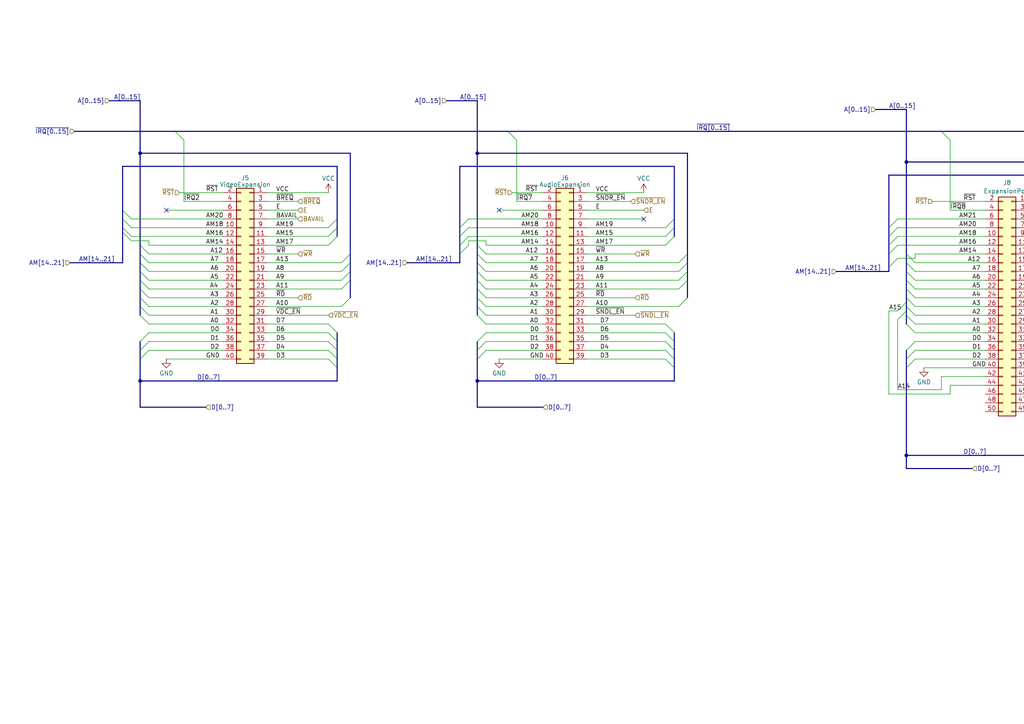
<source format=kicad_sch>
(kicad_sch (version 20231120) (generator "eeschema") (generator_version "8.0")
  (paper "A4")
  (lib_symbols
    (symbol "Connector_Generic:Conn_02x20_Odd_Even" (pin_names (offset 1.016) hide)
      (property "Reference" "J" (at 1.27 25.4 0))
      (property "Value" "Conn_02x20_Odd_Even" (at 1.27 -27.94 0))
      (symbol "Conn_02x20_Odd_Even_1_1"
        (rectangle (start -1.27 -25.273) (end 0 -25.527) (stroke (width 0.1524)))
        (rectangle (start -1.27 -22.733) (end 0 -22.987) (stroke (width 0.1524)))
        (rectangle (start -1.27 -20.193) (end 0 -20.447) (stroke (width 0.1524)))
        (rectangle (start -1.27 -17.653) (end 0 -17.907) (stroke (width 0.1524)))
        (rectangle (start -1.27 -15.113) (end 0 -15.367) (stroke (width 0.1524)))
        (rectangle (start -1.27 -12.573) (end 0 -12.827) (stroke (width 0.1524)))
        (rectangle (start -1.27 -10.033) (end 0 -10.287) (stroke (width 0.1524)))
        (rectangle (start -1.27 -7.493) (end 0 -7.747) (stroke (width 0.1524)))
        (rectangle (start -1.27 -4.953) (end 0 -5.207) (stroke (width 0.1524)))
        (rectangle (start -1.27 -2.413) (end 0 -2.667) (stroke (width 0.1524)))
        (rectangle (start -1.27 0.127) (end 0 -0.127) (stroke (width 0.1524)))
        (rectangle (start -1.27 2.667) (end 0 2.413) (stroke (width 0.1524)))
        (rectangle (start -1.27 5.207) (end 0 4.953) (stroke (width 0.1524)))
        (rectangle (start -1.27 7.747) (end 0 7.493) (stroke (width 0.1524)))
        (rectangle (start -1.27 10.287) (end 0 10.033) (stroke (width 0.1524)))
        (rectangle (start -1.27 12.827) (end 0 12.573) (stroke (width 0.1524)))
        (rectangle (start -1.27 15.367) (end 0 15.113) (stroke (width 0.1524)))
        (rectangle (start -1.27 17.907) (end 0 17.653) (stroke (width 0.1524)))
        (rectangle (start -1.27 20.447) (end 0 20.193) (stroke (width 0.1524)))
        (rectangle (start -1.27 22.987) (end 0 22.733) (stroke (width 0.1524)))
        (rectangle (start -1.27 24.13) (end 3.81 -26.67) (stroke (width 0.254)) (fill (type background)))
        (rectangle (start 3.81 -25.273) (end 2.54 -25.527) (stroke (width 0.1524)))
        (rectangle (start 3.81 -22.733) (end 2.54 -22.987) (stroke (width 0.1524)))
        (rectangle (start 3.81 -20.193) (end 2.54 -20.447) (stroke (width 0.1524)))
        (rectangle (start 3.81 -17.653) (end 2.54 -17.907) (stroke (width 0.1524)))
        (rectangle (start 3.81 -15.113) (end 2.54 -15.367) (stroke (width 0.1524)))
        (rectangle (start 3.81 -12.573) (end 2.54 -12.827) (stroke (width 0.1524)))
        (rectangle (start 3.81 -10.033) (end 2.54 -10.287) (stroke (width 0.1524)))
        (rectangle (start 3.81 -7.493) (end 2.54 -7.747) (stroke (width 0.1524)))
        (rectangle (start 3.81 -4.953) (end 2.54 -5.207) (stroke (width 0.1524)))
        (rectangle (start 3.81 -2.413) (end 2.54 -2.667) (stroke (width 0.1524)))
        (rectangle (start 3.81 0.127) (end 2.54 -0.127) (stroke (width 0.1524)))
        (rectangle (start 3.81 2.667) (end 2.54 2.413) (stroke (width 0.1524)))
        (rectangle (start 3.81 5.207) (end 2.54 4.953) (stroke (width 0.1524)))
        (rectangle (start 3.81 7.747) (end 2.54 7.493) (stroke (width 0.1524)))
        (rectangle (start 3.81 10.287) (end 2.54 10.033) (stroke (width 0.1524)))
        (rectangle (start 3.81 12.827) (end 2.54 12.573) (stroke (width 0.1524)))
        (rectangle (start 3.81 15.367) (end 2.54 15.113) (stroke (width 0.1524)))
        (rectangle (start 3.81 17.907) (end 2.54 17.653) (stroke (width 0.1524)))
        (rectangle (start 3.81 20.447) (end 2.54 20.193) (stroke (width 0.1524)))
        (rectangle (start 3.81 22.987) (end 2.54 22.733) (stroke (width 0.1524)))
        (pin passive line (at -5.08 22.86 0) (length 3.81) (name "Pin_1") (number "1"))
        (pin passive line (at 7.62 12.7 180) (length 3.81) (name "Pin_10") (number "10"))
        (pin passive line (at -5.08 10.16 0) (length 3.81) (name "Pin_11") (number "11"))
        (pin passive line (at 7.62 10.16 180) (length 3.81) (name "Pin_12") (number "12"))
        (pin passive line (at -5.08 7.62 0) (length 3.81) (name "Pin_13") (number "13"))
        (pin passive line (at 7.62 7.62 180) (length 3.81) (name "Pin_14") (number "14"))
        (pin passive line (at -5.08 5.08 0) (length 3.81) (name "Pin_15") (number "15"))
        (pin passive line (at 7.62 5.08 180) (length 3.81) (name "Pin_16") (number "16"))
        (pin passive line (at -5.08 2.54 0) (length 3.81) (name "Pin_17") (number "17"))
        (pin passive line (at 7.62 2.54 180) (length 3.81) (name "Pin_18") (number "18"))
        (pin passive line (at -5.08 0 0) (length 3.81) (name "Pin_19") (number "19"))
        (pin passive line (at 7.62 22.86 180) (length 3.81) (name "Pin_2") (number "2"))
        (pin passive line (at 7.62 0 180) (length 3.81) (name "Pin_20") (number "20"))
        (pin passive line (at -5.08 -2.54 0) (length 3.81) (name "Pin_21") (number "21"))
        (pin passive line (at 7.62 -2.54 180) (length 3.81) (name "Pin_22") (number "22"))
        (pin passive line (at -5.08 -5.08 0) (length 3.81) (name "Pin_23") (number "23"))
        (pin passive line (at 7.62 -5.08 180) (length 3.81) (name "Pin_24") (number "24"))
        (pin passive line (at -5.08 -7.62 0) (length 3.81) (name "Pin_25") (number "25"))
        (pin passive line (at 7.62 -7.62 180) (length 3.81) (name "Pin_26") (number "26"))
        (pin passive line (at -5.08 -10.16 0) (length 3.81) (name "Pin_27") (number "27"))
        (pin passive line (at 7.62 -10.16 180) (length 3.81) (name "Pin_28") (number "28"))
        (pin passive line (at -5.08 -12.7 0) (length 3.81) (name "Pin_29") (number "29"))
        (pin passive line (at -5.08 20.32 0) (length 3.81) (name "Pin_3") (number "3"))
        (pin passive line (at 7.62 -12.7 180) (length 3.81) (name "Pin_30") (number "30"))
        (pin passive line (at -5.08 -15.24 0) (length 3.81) (name "Pin_31") (number "31"))
        (pin passive line (at 7.62 -15.24 180) (length 3.81) (name "Pin_32") (number "32"))
        (pin passive line (at -5.08 -17.78 0) (length 3.81) (name "Pin_33") (number "33"))
        (pin passive line (at 7.62 -17.78 180) (length 3.81) (name "Pin_34") (number "34"))
        (pin passive line (at -5.08 -20.32 0) (length 3.81) (name "Pin_35") (number "35"))
        (pin passive line (at 7.62 -20.32 180) (length 3.81) (name "Pin_36") (number "36"))
        (pin passive line (at -5.08 -22.86 0) (length 3.81) (name "Pin_37") (number "37"))
        (pin passive line (at 7.62 -22.86 180) (length 3.81) (name "Pin_38") (number "38"))
        (pin passive line (at -5.08 -25.4 0) (length 3.81) (name "Pin_39") (number "39"))
        (pin passive line (at 7.62 20.32 180) (length 3.81) (name "Pin_4") (number "4"))
        (pin passive line (at 7.62 -25.4 180) (length 3.81) (name "Pin_40") (number "40"))
        (pin passive line (at -5.08 17.78 0) (length 3.81) (name "Pin_5") (number "5"))
        (pin passive line (at 7.62 17.78 180) (length 3.81) (name "Pin_6") (number "6"))
        (pin passive line (at -5.08 15.24 0) (length 3.81) (name "Pin_7") (number "7"))
        (pin passive line (at 7.62 15.24 180) (length 3.81) (name "Pin_8") (number "8"))
        (pin passive line (at -5.08 12.7 0) (length 3.81) (name "Pin_9") (number "9"))
      )
    )
    (symbol "Connector_Generic:Conn_02x25_Odd_Even" (pin_names (offset 1.016) hide)
      (property "Reference" "J" (at 1.27 33.02 0))
      (property "Value" "Conn_02x25_Odd_Even" (at 1.27 -33.02 0))
      (symbol "Conn_02x25_Odd_Even_1_1"
        (rectangle (start -1.27 -30.353) (end 0 -30.607) (stroke (width 0.1524)))
        (rectangle (start -1.27 -27.813) (end 0 -28.067) (stroke (width 0.1524)))
        (rectangle (start -1.27 -25.273) (end 0 -25.527) (stroke (width 0.1524)))
        (rectangle (start -1.27 -22.733) (end 0 -22.987) (stroke (width 0.1524)))
        (rectangle (start -1.27 -20.193) (end 0 -20.447) (stroke (width 0.1524)))
        (rectangle (start -1.27 -17.653) (end 0 -17.907) (stroke (width 0.1524)))
        (rectangle (start -1.27 -15.113) (end 0 -15.367) (stroke (width 0.1524)))
        (rectangle (start -1.27 -12.573) (end 0 -12.827) (stroke (width 0.1524)))
        (rectangle (start -1.27 -10.033) (end 0 -10.287) (stroke (width 0.1524)))
        (rectangle (start -1.27 -7.493) (end 0 -7.747) (stroke (width 0.1524)))
        (rectangle (start -1.27 -4.953) (end 0 -5.207) (stroke (width 0.1524)))
        (rectangle (start -1.27 -2.413) (end 0 -2.667) (stroke (width 0.1524)))
        (rectangle (start -1.27 0.127) (end 0 -0.127) (stroke (width 0.1524)))
        (rectangle (start -1.27 2.667) (end 0 2.413) (stroke (width 0.1524)))
        (rectangle (start -1.27 5.207) (end 0 4.953) (stroke (width 0.1524)))
        (rectangle (start -1.27 7.747) (end 0 7.493) (stroke (width 0.1524)))
        (rectangle (start -1.27 10.287) (end 0 10.033) (stroke (width 0.1524)))
        (rectangle (start -1.27 12.827) (end 0 12.573) (stroke (width 0.1524)))
        (rectangle (start -1.27 15.367) (end 0 15.113) (stroke (width 0.1524)))
        (rectangle (start -1.27 17.907) (end 0 17.653) (stroke (width 0.1524)))
        (rectangle (start -1.27 20.447) (end 0 20.193) (stroke (width 0.1524)))
        (rectangle (start -1.27 22.987) (end 0 22.733) (stroke (width 0.1524)))
        (rectangle (start -1.27 25.527) (end 0 25.273) (stroke (width 0.1524)))
        (rectangle (start -1.27 28.067) (end 0 27.813) (stroke (width 0.1524)))
        (rectangle (start -1.27 30.607) (end 0 30.353) (stroke (width 0.1524)))
        (rectangle (start -1.27 31.75) (end 3.81 -31.75) (stroke (width 0.254)) (fill (type background)))
        (rectangle (start 3.81 -30.353) (end 2.54 -30.607) (stroke (width 0.1524)))
        (rectangle (start 3.81 -27.813) (end 2.54 -28.067) (stroke (width 0.1524)))
        (rectangle (start 3.81 -25.273) (end 2.54 -25.527) (stroke (width 0.1524)))
        (rectangle (start 3.81 -22.733) (end 2.54 -22.987) (stroke (width 0.1524)))
        (rectangle (start 3.81 -20.193) (end 2.54 -20.447) (stroke (width 0.1524)))
        (rectangle (start 3.81 -17.653) (end 2.54 -17.907) (stroke (width 0.1524)))
        (rectangle (start 3.81 -15.113) (end 2.54 -15.367) (stroke (width 0.1524)))
        (rectangle (start 3.81 -12.573) (end 2.54 -12.827) (stroke (width 0.1524)))
        (rectangle (start 3.81 -10.033) (end 2.54 -10.287) (stroke (width 0.1524)))
        (rectangle (start 3.81 -7.493) (end 2.54 -7.747) (stroke (width 0.1524)))
        (rectangle (start 3.81 -4.953) (end 2.54 -5.207) (stroke (width 0.1524)))
        (rectangle (start 3.81 -2.413) (end 2.54 -2.667) (stroke (width 0.1524)))
        (rectangle (start 3.81 0.127) (end 2.54 -0.127) (stroke (width 0.1524)))
        (rectangle (start 3.81 2.667) (end 2.54 2.413) (stroke (width 0.1524)))
        (rectangle (start 3.81 5.207) (end 2.54 4.953) (stroke (width 0.1524)))
        (rectangle (start 3.81 7.747) (end 2.54 7.493) (stroke (width 0.1524)))
        (rectangle (start 3.81 10.287) (end 2.54 10.033) (stroke (width 0.1524)))
        (rectangle (start 3.81 12.827) (end 2.54 12.573) (stroke (width 0.1524)))
        (rectangle (start 3.81 15.367) (end 2.54 15.113) (stroke (width 0.1524)))
        (rectangle (start 3.81 17.907) (end 2.54 17.653) (stroke (width 0.1524)))
        (rectangle (start 3.81 20.447) (end 2.54 20.193) (stroke (width 0.1524)))
        (rectangle (start 3.81 22.987) (end 2.54 22.733) (stroke (width 0.1524)))
        (rectangle (start 3.81 25.527) (end 2.54 25.273) (stroke (width 0.1524)))
        (rectangle (start 3.81 28.067) (end 2.54 27.813) (stroke (width 0.1524)))
        (rectangle (start 3.81 30.607) (end 2.54 30.353) (stroke (width 0.1524)))
        (pin passive line (at -5.08 30.48 0) (length 3.81) (name "Pin_1") (number "1"))
        (pin passive line (at 7.62 20.32 180) (length 3.81) (name "Pin_10") (number "10"))
        (pin passive line (at -5.08 17.78 0) (length 3.81) (name "Pin_11") (number "11"))
        (pin passive line (at 7.62 17.78 180) (length 3.81) (name "Pin_12") (number "12"))
        (pin passive line (at -5.08 15.24 0) (length 3.81) (name "Pin_13") (number "13"))
        (pin passive line (at 7.62 15.24 180) (length 3.81) (name "Pin_14") (number "14"))
        (pin passive line (at -5.08 12.7 0) (length 3.81) (name "Pin_15") (number "15"))
        (pin passive line (at 7.62 12.7 180) (length 3.81) (name "Pin_16") (number "16"))
        (pin passive line (at -5.08 10.16 0) (length 3.81) (name "Pin_17") (number "17"))
        (pin passive line (at 7.62 10.16 180) (length 3.81) (name "Pin_18") (number "18"))
        (pin passive line (at -5.08 7.62 0) (length 3.81) (name "Pin_19") (number "19"))
        (pin passive line (at 7.62 30.48 180) (length 3.81) (name "Pin_2") (number "2"))
        (pin passive line (at 7.62 7.62 180) (length 3.81) (name "Pin_20") (number "20"))
        (pin passive line (at -5.08 5.08 0) (length 3.81) (name "Pin_21") (number "21"))
        (pin passive line (at 7.62 5.08 180) (length 3.81) (name "Pin_22") (number "22"))
        (pin passive line (at -5.08 2.54 0) (length 3.81) (name "Pin_23") (number "23"))
        (pin passive line (at 7.62 2.54 180) (length 3.81) (name "Pin_24") (number "24"))
        (pin passive line (at -5.08 0 0) (length 3.81) (name "Pin_25") (number "25"))
        (pin passive line (at 7.62 0 180) (length 3.81) (name "Pin_26") (number "26"))
        (pin passive line (at -5.08 -2.54 0) (length 3.81) (name "Pin_27") (number "27"))
        (pin passive line (at 7.62 -2.54 180) (length 3.81) (name "Pin_28") (number "28"))
        (pin passive line (at -5.08 -5.08 0) (length 3.81) (name "Pin_29") (number "29"))
        (pin passive line (at -5.08 27.94 0) (length 3.81) (name "Pin_3") (number "3"))
        (pin passive line (at 7.62 -5.08 180) (length 3.81) (name "Pin_30") (number "30"))
        (pin passive line (at -5.08 -7.62 0) (length 3.81) (name "Pin_31") (number "31"))
        (pin passive line (at 7.62 -7.62 180) (length 3.81) (name "Pin_32") (number "32"))
        (pin passive line (at -5.08 -10.16 0) (length 3.81) (name "Pin_33") (number "33"))
        (pin passive line (at 7.62 -10.16 180) (length 3.81) (name "Pin_34") (number "34"))
        (pin passive line (at -5.08 -12.7 0) (length 3.81) (name "Pin_35") (number "35"))
        (pin passive line (at 7.62 -12.7 180) (length 3.81) (name "Pin_36") (number "36"))
        (pin passive line (at -5.08 -15.24 0) (length 3.81) (name "Pin_37") (number "37"))
        (pin passive line (at 7.62 -15.24 180) (length 3.81) (name "Pin_38") (number "38"))
        (pin passive line (at -5.08 -17.78 0) (length 3.81) (name "Pin_39") (number "39"))
        (pin passive line (at 7.62 27.94 180) (length 3.81) (name "Pin_4") (number "4"))
        (pin passive line (at 7.62 -17.78 180) (length 3.81) (name "Pin_40") (number "40"))
        (pin passive line (at -5.08 -20.32 0) (length 3.81) (name "Pin_41") (number "41"))
        (pin passive line (at 7.62 -20.32 180) (length 3.81) (name "Pin_42") (number "42"))
        (pin passive line (at -5.08 -22.86 0) (length 3.81) (name "Pin_43") (number "43"))
        (pin passive line (at 7.62 -22.86 180) (length 3.81) (name "Pin_44") (number "44"))
        (pin passive line (at -5.08 -25.4 0) (length 3.81) (name "Pin_45") (number "45"))
        (pin passive line (at 7.62 -25.4 180) (length 3.81) (name "Pin_46") (number "46"))
        (pin passive line (at -5.08 -27.94 0) (length 3.81) (name "Pin_47") (number "47"))
        (pin passive line (at 7.62 -27.94 180) (length 3.81) (name "Pin_48") (number "48"))
        (pin passive line (at -5.08 -30.48 0) (length 3.81) (name "Pin_49") (number "49"))
        (pin passive line (at -5.08 25.4 0) (length 3.81) (name "Pin_5") (number "5"))
        (pin passive line (at 7.62 -30.48 180) (length 3.81) (name "Pin_50") (number "50"))
        (pin passive line (at 7.62 25.4 180) (length 3.81) (name "Pin_6") (number "6"))
        (pin passive line (at -5.08 22.86 0) (length 3.81) (name "Pin_7") (number "7"))
        (pin passive line (at 7.62 22.86 180) (length 3.81) (name "Pin_8") (number "8"))
        (pin passive line (at -5.08 20.32 0) (length 3.81) (name "Pin_9") (number "9"))
      )
    )
    (symbol "power:GND" (power) (pin_numbers hide) (pin_names (offset 0) hide)
      (property "Value" "GND" (at 0 -3.81 0))
      (symbol "GND_0_1"
        (polyline (pts (xy 0 0) (xy 0 -1.27) (xy 1.27 -1.27) (xy 0 -2.54) (xy -1.27 -1.27) (xy 0 -1.27)))
      )
      (symbol "GND_1_1"
        (pin power_in line (at 0 0 270) (length 0) (name "~") (number "1"))
      )
    )
    (symbol "power:VCC" (power) (pin_numbers hide) (pin_names (offset 0) hide)
      (property "Value" "VCC" (at 0 3.556 0))
      (symbol "VCC_0_1"
        (polyline (pts (xy -0.762 1.27) (xy 0 2.54)))
        (polyline (pts (xy 0 0) (xy 0 2.54)))
        (polyline (pts (xy 0 2.54) (xy 0.762 1.27)))
      )
      (symbol "VCC_1_1"
        (pin power_in line (at 0 0 90) (length 0) (name "~") (number "1"))
      )
    )
  )
  (junction (at 40.64 110.49))
  (junction (at 40.64 44.45))
  (junction (at 138.43 110.49))
  (junction (at 262.89 132.08))
  (junction (at 138.43 44.45))
  (junction (at 262.89 46.99))
  (no_connect (at 186.69 63.5))
  (no_connect (at 48.26 60.96))
  (no_connect (at 144.78 60.96))
  (bus_entry (at 257.81 68.58) (size 2.54 -2.54))
  (bus_entry (at 265.43 78.74) (size -2.54 -2.54))
  (bus_entry (at 43.18 88.9) (size -2.54 -2.54))
  (bus_entry (at 95.25 66.04) (size 2.54 -2.54))
  (bus_entry (at 40.64 99.06) (size 2.54 -2.54))
  (bus_entry (at 140.97 86.36) (size -2.54 -2.54))
  (bus_entry (at 321.31 86.36) (size 2.54 -2.54))
  (bus_entry (at 133.35 68.58) (size 2.54 -2.54))
  (bus_entry (at 265.43 88.9) (size -2.54 -2.54))
  (bus_entry (at 43.18 81.28) (size -2.54 -2.54))
  (bus_entry (at 138.43 99.06) (size 2.54 -2.54))
  (bus_entry (at 265.43 93.98) (size -2.54 -2.54))
  (bus_entry (at 265.43 76.2) (size -2.54 -2.54))
  (bus_entry (at 257.81 77.47) (size 2.54 -2.54))
  (bus_entry (at 95.25 96.52) (size 2.54 2.54))
  (bus_entry (at 95.25 104.14) (size 2.54 2.54))
  (bus_entry (at 262.89 83.82) (size 2.54 2.54))
  (bus_entry (at 99.06 83.82) (size 2.54 -2.54))
  (bus_entry (at 193.04 66.04) (size 2.54 -2.54))
  (bus_entry (at 262.89 87.63) (size -2.54 2.54))
  (bus_entry (at 95.25 93.98) (size 2.54 2.54))
  (bus_entry (at 317.5 101.6) (size 2.54 2.54))
  (bus_entry (at 317.5 99.06) (size 2.54 2.54))
  (bus_entry (at 317.5 71.12) (size 2.54 -2.54))
  (bus_entry (at 257.81 73.66) (size 2.54 -2.54))
  (bus_entry (at 35.56 66.04) (size 2.54 2.54))
  (bus_entry (at 262.89 90.17) (size -2.54 2.54))
  (bus_entry (at 262.89 106.68) (size 2.54 -2.54))
  (bus_entry (at 95.25 101.6) (size 2.54 2.54))
  (bus_entry (at 321.31 81.28) (size 2.54 -2.54))
  (bus_entry (at 43.18 73.66) (size -2.54 -2.54))
  (bus_entry (at 99.06 78.74) (size 2.54 -2.54))
  (bus_entry (at 193.04 99.06) (size 2.54 2.54))
  (bus_entry (at 43.18 91.44) (size -2.54 -2.54))
  (bus_entry (at 257.81 66.04) (size 2.54 -2.54))
  (bus_entry (at 99.06 81.28) (size 2.54 -2.54))
  (bus_entry (at 262.89 104.14) (size 2.54 -2.54))
  (bus_entry (at 193.04 68.58) (size 2.54 -2.54))
  (bus_entry (at 35.56 60.96) (size 2.54 2.54))
  (bus_entry (at 40.64 101.6) (size 2.54 -2.54))
  (bus_entry (at 43.18 78.74) (size -2.54 -2.54))
  (bus_entry (at 35.56 67.31) (size 2.54 2.54))
  (bus_entry (at 317.5 73.66) (size 2.54 -2.54))
  (bus_entry (at 138.43 101.6) (size 2.54 -2.54))
  (bus_entry (at 193.04 93.98) (size 2.54 2.54))
  (bus_entry (at 40.64 104.14) (size 2.54 -2.54))
  (bus_entry (at 35.56 63.5) (size 2.54 2.54))
  (bus_entry (at 257.81 71.12) (size 2.54 -2.54))
  (bus_entry (at 196.85 81.28) (size 2.54 -2.54))
  (bus_entry (at 43.18 86.36) (size -2.54 -2.54))
  (bus_entry (at 95.25 68.58) (size 2.54 -2.54))
  (bus_entry (at 43.18 83.82) (size -2.54 -2.54))
  (bus_entry (at 317.5 104.14) (size 2.54 2.54))
  (bus_entry (at 140.97 88.9) (size -2.54 -2.54))
  (bus_entry (at 317.5 96.52) (size 2.54 2.54))
  (bus_entry (at 262.89 101.6) (size 2.54 -2.54))
  (bus_entry (at 95.25 71.12) (size 2.54 -2.54))
  (bus_entry (at 193.04 71.12) (size 2.54 -2.54))
  (bus_entry (at 140.97 91.44) (size -2.54 -2.54))
  (bus_entry (at 265.43 81.28) (size -2.54 -2.54))
  (bus_entry (at 138.43 104.14) (size 2.54 -2.54))
  (bus_entry (at 147.32 38.1) (size 2.54 2.54))
  (bus_entry (at 196.85 76.2) (size 2.54 -2.54))
  (bus_entry (at 196.85 78.74) (size 2.54 -2.54))
  (bus_entry (at 265.43 96.52) (size -2.54 -2.54))
  (bus_entry (at 196.85 88.9) (size 2.54 -2.54))
  (bus_entry (at 140.97 81.28) (size -2.54 -2.54))
  (bus_entry (at 140.97 73.66) (size -2.54 -2.54))
  (bus_entry (at 321.31 78.74) (size 2.54 -2.54))
  (bus_entry (at 133.35 66.04) (size 2.54 -2.54))
  (bus_entry (at 50.8 38.1) (size 2.54 2.54))
  (bus_entry (at 133.35 71.12) (size 2.54 -2.54))
  (bus_entry (at 99.06 88.9) (size 2.54 -2.54))
  (bus_entry (at 193.04 101.6) (size 2.54 2.54))
  (bus_entry (at 317.5 68.58) (size 2.54 -2.54))
  (bus_entry (at 99.06 76.2) (size 2.54 -2.54))
  (bus_entry (at 43.18 76.2) (size -2.54 -2.54))
  (bus_entry (at 273.05 38.1) (size 2.54 2.54))
  (bus_entry (at 43.18 93.98) (size -2.54 -2.54))
  (bus_entry (at 133.35 73.66) (size 2.54 -2.54))
  (bus_entry (at 321.31 83.82) (size 2.54 -2.54))
  (bus_entry (at 321.31 91.44) (size 2.54 -2.54))
  (bus_entry (at 265.43 91.44) (size -2.54 -2.54))
  (bus_entry (at 140.97 93.98) (size -2.54 -2.54))
  (bus_entry (at 193.04 104.14) (size 2.54 2.54))
  (bus_entry (at 95.25 99.06) (size 2.54 2.54))
  (bus_entry (at 138.43 81.28) (size 2.54 2.54))
  (bus_entry (at 140.97 76.2) (size -2.54 -2.54))
  (bus_entry (at 317.5 106.68) (size 2.54 2.54))
  (bus_entry (at 265.43 83.82) (size -2.54 -2.54))
  (bus_entry (at 140.97 78.74) (size -2.54 -2.54))
  (bus_entry (at 193.04 96.52) (size 2.54 2.54))
  (bus_entry (at 196.85 83.82) (size 2.54 -2.54))
  (bus (pts (xy 320.04 106.68) (xy 320.04 109.22)))
  (bus (pts (xy 97.79 99.06) (xy 97.79 101.6)))
  (wire (pts (xy 298.45 58.42) (xy 314.96 58.42)))
  (wire (pts (xy 48.26 60.96) (xy 64.77 60.96)))
  (bus (pts (xy 199.39 73.66) (xy 199.39 76.2)))
  (wire (pts (xy 140.97 88.9) (xy 157.48 88.9)))
  (bus (pts (xy 40.64 81.28) (xy 40.64 78.74)))
  (bus (pts (xy 97.79 104.14) (xy 97.79 106.68)))
  (bus (pts (xy 320.04 66.04) (xy 320.04 50.8)))
  (wire (pts (xy 265.43 81.28) (xy 285.75 81.28)))
  (bus (pts (xy 195.58 106.68) (xy 195.58 110.49)))
  (bus (pts (xy 195.58 104.14) (xy 195.58 106.68)))
  (bus (pts (xy 40.64 91.44) (xy 40.64 88.9)))
  (wire (pts (xy 170.18 81.28) (xy 196.85 81.28)))
  (wire (pts (xy 43.18 93.98) (xy 64.77 93.98)))
  (wire (pts (xy 298.45 86.36) (xy 321.31 86.36)))
  (bus (pts (xy 101.6 81.28) (xy 101.6 86.36)))
  (bus (pts (xy 138.43 78.74) (xy 138.43 76.2)))
  (wire (pts (xy 77.47 86.36) (xy 86.36 86.36)))
  (bus (pts (xy 133.35 71.12) (xy 133.35 73.66)))
  (wire (pts (xy 148.59 55.88) (xy 157.48 55.88)))
  (wire (pts (xy 43.18 88.9) (xy 64.77 88.9)))
  (bus (pts (xy 97.79 66.04) (xy 97.79 63.5)))
  (bus (pts (xy 262.89 76.2) (xy 262.89 73.66)))
  (bus (pts (xy 320.04 68.58) (xy 320.04 66.04)))
  (bus (pts (xy 323.85 46.99) (xy 323.85 76.2)))
  (bus (pts (xy 101.6 78.74) (xy 101.6 81.28)))
  (wire (pts (xy 77.47 99.06) (xy 95.25 99.06)))
  (wire (pts (xy 77.47 68.58) (xy 95.25 68.58)))
  (wire (pts (xy 257.81 114.3) (xy 275.59 114.3)))
  (bus (pts (xy 101.6 76.2) (xy 101.6 78.74)))
  (wire (pts (xy 298.45 81.28) (xy 321.31 81.28)))
  (wire (pts (xy 275.59 60.96) (xy 285.75 60.96)))
  (wire (pts (xy 275.59 114.3) (xy 275.59 111.76)))
  (bus (pts (xy 262.89 78.74) (xy 262.89 76.2)))
  (wire (pts (xy 43.18 71.12) (xy 64.77 71.12)))
  (wire (pts (xy 170.18 96.52) (xy 193.04 96.52)))
  (wire (pts (xy 307.34 109.22) (xy 307.34 113.03)))
  (bus (pts (xy 195.58 110.49) (xy 138.43 110.49)))
  (bus (pts (xy 320.04 71.12) (xy 320.04 68.58)))
  (wire (pts (xy 140.97 96.52) (xy 157.48 96.52)))
  (bus (pts (xy 35.56 60.96) (xy 35.56 63.5)))
  (wire (pts (xy 43.18 78.74) (xy 64.77 78.74)))
  (bus (pts (xy 40.64 73.66) (xy 40.64 71.12)))
  (wire (pts (xy 170.18 68.58) (xy 193.04 68.58)))
  (bus (pts (xy 101.6 73.66) (xy 101.6 76.2)))
  (bus (pts (xy 195.58 63.5) (xy 195.58 48.26)))
  (wire (pts (xy 265.43 73.66) (xy 285.75 73.66)))
  (bus (pts (xy 118.11 76.2) (xy 133.35 76.2)))
  (wire (pts (xy 77.47 55.88) (xy 95.25 55.88)))
  (wire (pts (xy 140.97 93.98) (xy 157.48 93.98)))
  (bus (pts (xy 138.43 78.74) (xy 138.43 81.28)))
  (wire (pts (xy 298.45 93.98) (xy 314.96 93.98)))
  (wire (pts (xy 265.43 88.9) (xy 285.75 88.9)))
  (wire (pts (xy 77.47 76.2) (xy 99.06 76.2)))
  (bus (pts (xy 199.39 81.28) (xy 199.39 86.36)))
  (wire (pts (xy 298.45 101.6) (xy 317.5 101.6)))
  (wire (pts (xy 77.47 78.74) (xy 99.06 78.74)))
  (wire (pts (xy 140.97 83.82) (xy 157.48 83.82)))
  (wire (pts (xy 260.35 90.17) (xy 257.81 90.17)))
  (wire (pts (xy 298.45 91.44) (xy 321.31 91.44)))
  (bus (pts (xy 262.89 132.08) (xy 262.89 135.89)))
  (wire (pts (xy 77.47 73.66) (xy 86.36 73.66)))
  (wire (pts (xy 275.59 40.64) (xy 275.59 60.96)))
  (bus (pts (xy 262.89 106.68) (xy 262.89 132.08)))
  (wire (pts (xy 77.47 83.82) (xy 99.06 83.82)))
  (bus (pts (xy 262.89 83.82) (xy 262.89 86.36)))
  (wire (pts (xy 170.18 71.12) (xy 193.04 71.12)))
  (wire (pts (xy 170.18 55.88) (xy 186.69 55.88)))
  (wire (pts (xy 135.89 69.85) (xy 140.97 69.85)))
  (bus (pts (xy 138.43 99.06) (xy 138.43 101.6)))
  (bus (pts (xy 138.43 44.45) (xy 138.43 71.12)))
  (wire (pts (xy 257.81 90.17) (xy 257.81 114.3)))
  (bus (pts (xy 40.64 118.11) (xy 59.69 118.11)))
  (bus (pts (xy 262.89 81.28) (xy 262.89 78.74)))
  (bus (pts (xy 257.81 68.58) (xy 257.81 71.12)))
  (bus (pts (xy 138.43 104.14) (xy 138.43 110.49)))
  (bus (pts (xy 50.8 38.1) (xy 147.32 38.1)))
  (wire (pts (xy 43.18 101.6) (xy 64.77 101.6)))
  (wire (pts (xy 265.43 86.36) (xy 285.75 86.36)))
  (bus (pts (xy 97.79 101.6) (xy 97.79 104.14)))
  (wire (pts (xy 38.1 66.04) (xy 64.77 66.04)))
  (wire (pts (xy 53.34 40.64) (xy 53.34 58.42)))
  (wire (pts (xy 298.45 88.9) (xy 314.96 88.9)))
  (wire (pts (xy 275.59 111.76) (xy 285.75 111.76)))
  (bus (pts (xy 262.89 104.14) (xy 262.89 106.68)))
  (wire (pts (xy 298.45 73.66) (xy 317.5 73.66)))
  (wire (pts (xy 298.45 60.96) (xy 309.88 60.96)))
  (wire (pts (xy 140.97 76.2) (xy 157.48 76.2)))
  (bus (pts (xy 40.64 86.36) (xy 40.64 83.82)))
  (bus (pts (xy 323.85 78.74) (xy 323.85 81.28)))
  (wire (pts (xy 170.18 58.42) (xy 182.88 58.42)))
  (bus (pts (xy 195.58 48.26) (xy 133.35 48.26)))
  (bus (pts (xy 147.32 38.1) (xy 273.05 38.1)))
  (bus (pts (xy 323.85 81.28) (xy 323.85 83.82)))
  (wire (pts (xy 77.47 71.12) (xy 95.25 71.12)))
  (wire (pts (xy 135.89 68.58) (xy 157.48 68.58)))
  (wire (pts (xy 265.43 99.06) (xy 285.75 99.06)))
  (bus (pts (xy 40.64 110.49) (xy 40.64 118.11)))
  (bus (pts (xy 35.56 48.26) (xy 35.56 60.96)))
  (wire (pts (xy 298.45 99.06) (xy 317.5 99.06)))
  (wire (pts (xy 38.1 68.58) (xy 64.77 68.58)))
  (wire (pts (xy 298.45 66.04) (xy 309.88 66.04)))
  (bus (pts (xy 97.79 63.5) (xy 97.79 48.26)))
  (bus (pts (xy 138.43 44.45) (xy 138.43 29.21)))
  (bus (pts (xy 262.89 81.28) (xy 262.89 83.82)))
  (wire (pts (xy 38.1 63.5) (xy 64.77 63.5)))
  (wire (pts (xy 43.18 99.06) (xy 64.77 99.06)))
  (bus (pts (xy 262.89 135.89) (xy 281.94 135.89)))
  (wire (pts (xy 170.18 101.6) (xy 193.04 101.6)))
  (wire (pts (xy 140.97 86.36) (xy 157.48 86.36)))
  (bus (pts (xy 262.89 88.9) (xy 262.89 87.63)))
  (wire (pts (xy 77.47 91.44) (xy 95.25 91.44)))
  (wire (pts (xy 170.18 86.36) (xy 184.15 86.36)))
  (wire (pts (xy 43.18 83.82) (xy 64.77 83.82)))
  (bus (pts (xy 133.35 48.26) (xy 133.35 66.04)))
  (wire (pts (xy 267.97 106.68) (xy 285.75 106.68)))
  (wire (pts (xy 170.18 83.82) (xy 196.85 83.82)))
  (bus (pts (xy 262.89 90.17) (xy 262.89 88.9)))
  (bus (pts (xy 262.89 46.99) (xy 323.85 46.99)))
  (bus (pts (xy 262.89 101.6) (xy 262.89 104.14)))
  (bus (pts (xy 40.64 78.74) (xy 40.64 76.2)))
  (wire (pts (xy 140.97 73.66) (xy 157.48 73.66)))
  (bus (pts (xy 40.64 101.6) (xy 40.64 104.14)))
  (wire (pts (xy 265.43 101.6) (xy 285.75 101.6)))
  (bus (pts (xy 323.85 76.2) (xy 323.85 78.74)))
  (wire (pts (xy 265.43 104.14) (xy 285.75 104.14)))
  (wire (pts (xy 43.18 91.44) (xy 64.77 91.44)))
  (bus (pts (xy 40.64 44.45) (xy 101.6 44.45)))
  (bus (pts (xy 257.81 50.8) (xy 257.81 66.04)))
  (bus (pts (xy 40.64 99.06) (xy 40.64 101.6)))
  (wire (pts (xy 77.47 58.42) (xy 86.36 58.42)))
  (bus (pts (xy 257.81 73.66) (xy 257.81 77.47)))
  (wire (pts (xy 43.18 69.85) (xy 43.18 71.12)))
  (bus (pts (xy 133.35 68.58) (xy 133.35 71.12)))
  (bus (pts (xy 40.64 44.45) (xy 40.64 29.21)))
  (bus (pts (xy 257.81 66.04) (xy 257.81 68.58)))
  (bus (pts (xy 195.58 101.6) (xy 195.58 104.14)))
  (bus (pts (xy 138.43 81.28) (xy 138.43 83.82)))
  (wire (pts (xy 140.97 81.28) (xy 157.48 81.28)))
  (wire (pts (xy 77.47 81.28) (xy 99.06 81.28)))
  (bus (pts (xy 138.43 86.36) (xy 138.43 83.82)))
  (bus (pts (xy 262.89 91.44) (xy 262.89 90.17)))
  (wire (pts (xy 270.51 58.42) (xy 285.75 58.42)))
  (wire (pts (xy 298.45 83.82) (xy 321.31 83.82)))
  (wire (pts (xy 135.89 63.5) (xy 157.48 63.5)))
  (wire (pts (xy 77.47 60.96) (xy 86.36 60.96)))
  (wire (pts (xy 170.18 104.14) (xy 193.04 104.14)))
  (bus (pts (xy 199.39 78.74) (xy 199.39 81.28)))
  (wire (pts (xy 170.18 88.9) (xy 196.85 88.9)))
  (wire (pts (xy 38.1 69.85) (xy 43.18 69.85)))
  (bus (pts (xy 129.54 29.21) (xy 138.43 29.21)))
  (wire (pts (xy 170.18 76.2) (xy 196.85 76.2)))
  (wire (pts (xy 260.35 63.5) (xy 285.75 63.5)))
  (wire (pts (xy 77.47 101.6) (xy 95.25 101.6)))
  (wire (pts (xy 144.78 104.14) (xy 157.48 104.14)))
  (bus (pts (xy 35.56 66.04) (xy 35.56 67.31)))
  (wire (pts (xy 265.43 93.98) (xy 285.75 93.98)))
  (bus (pts (xy 262.89 93.98) (xy 262.89 91.44)))
  (bus (pts (xy 97.79 96.52) (xy 97.79 99.06)))
  (bus (pts (xy 138.43 118.11) (xy 157.48 118.11)))
  (wire (pts (xy 298.45 78.74) (xy 321.31 78.74)))
  (bus (pts (xy 195.58 99.06) (xy 195.58 101.6)))
  (wire (pts (xy 140.97 71.12) (xy 157.48 71.12)))
  (wire (pts (xy 265.43 74.93) (xy 265.43 73.66)))
  (bus (pts (xy 320.04 104.14) (xy 320.04 106.68)))
  (bus (pts (xy 262.89 46.99) (xy 262.89 31.75)))
  (wire (pts (xy 260.35 92.71) (xy 260.35 113.03)))
  (bus (pts (xy 97.79 48.26) (xy 35.56 48.26)))
  (bus (pts (xy 262.89 46.99) (xy 262.89 73.66)))
  (bus (pts (xy 138.43 76.2) (xy 138.43 73.66)))
  (wire (pts (xy 77.47 63.5) (xy 86.36 63.5)))
  (bus (pts (xy 242.57 78.74) (xy 257.81 78.74)))
  (bus (pts (xy 320.04 50.8) (xy 257.81 50.8)))
  (wire (pts (xy 260.35 71.12) (xy 285.75 71.12)))
  (bus (pts (xy 254 31.75) (xy 262.89 31.75)))
  (wire (pts (xy 260.35 68.58) (xy 285.75 68.58)))
  (wire (pts (xy 140.97 69.85) (xy 140.97 71.12)))
  (wire (pts (xy 260.35 66.04) (xy 285.75 66.04)))
  (wire (pts (xy 77.47 104.14) (xy 95.25 104.14)))
  (bus (pts (xy 97.79 106.68) (xy 97.79 110.49)))
  (wire (pts (xy 43.18 81.28) (xy 64.77 81.28)))
  (bus (pts (xy 133.35 66.04) (xy 133.35 68.58)))
  (bus (pts (xy 320.04 101.6) (xy 320.04 104.14)))
  (wire (pts (xy 260.35 74.93) (xy 265.43 74.93)))
  (wire (pts (xy 140.97 101.6) (xy 157.48 101.6)))
  (wire (pts (xy 265.43 78.74) (xy 285.75 78.74)))
  (bus (pts (xy 323.85 83.82) (xy 323.85 88.9)))
  (wire (pts (xy 265.43 83.82) (xy 285.75 83.82)))
  (wire (pts (xy 265.43 91.44) (xy 285.75 91.44)))
  (wire (pts (xy 149.86 58.42) (xy 157.48 58.42)))
  (wire (pts (xy 170.18 78.74) (xy 196.85 78.74)))
  (bus (pts (xy 35.56 63.5) (xy 35.56 66.04)))
  (wire (pts (xy 140.97 99.06) (xy 157.48 99.06)))
  (bus (pts (xy 138.43 110.49) (xy 138.43 118.11)))
  (bus (pts (xy 199.39 76.2) (xy 199.39 78.74)))
  (wire (pts (xy 48.26 104.14) (xy 64.77 104.14)))
  (wire (pts (xy 260.35 113.03) (xy 273.05 113.03)))
  (bus (pts (xy 262.89 87.63) (xy 262.89 86.36)))
  (wire (pts (xy 170.18 73.66) (xy 184.15 73.66)))
  (wire (pts (xy 273.05 113.03) (xy 273.05 109.22)))
  (bus (pts (xy 40.64 76.2) (xy 40.64 73.66)))
  (wire (pts (xy 265.43 76.2) (xy 285.75 76.2)))
  (bus (pts (xy 21.59 38.1) (xy 50.8 38.1)))
  (bus (pts (xy 138.43 88.9) (xy 138.43 86.36)))
  (bus (pts (xy 195.58 66.04) (xy 195.58 63.5)))
  (bus (pts (xy 320.04 109.22) (xy 320.04 132.08)))
  (wire (pts (xy 52.07 55.88) (xy 64.77 55.88)))
  (bus (pts (xy 40.64 104.14) (xy 40.64 110.49)))
  (wire (pts (xy 170.18 93.98) (xy 193.04 93.98)))
  (wire (pts (xy 77.47 96.52) (xy 95.25 96.52)))
  (wire (pts (xy 298.45 96.52) (xy 317.5 96.52)))
  (wire (pts (xy 140.97 91.44) (xy 157.48 91.44)))
  (bus (pts (xy 97.79 68.58) (xy 97.79 66.04)))
  (wire (pts (xy 298.45 68.58) (xy 317.5 68.58)))
  (wire (pts (xy 135.89 66.04) (xy 157.48 66.04)))
  (wire (pts (xy 43.18 96.52) (xy 64.77 96.52)))
  (wire (pts (xy 170.18 91.44) (xy 184.15 91.44)))
  (bus (pts (xy 195.58 68.58) (xy 195.58 66.04)))
  (wire (pts (xy 298.45 106.68) (xy 317.5 106.68)))
  (bus (pts (xy 320.04 132.08) (xy 262.89 132.08)))
  (bus (pts (xy 40.64 88.9) (xy 40.64 86.36)))
  (wire (pts (xy 77.47 88.9) (xy 99.06 88.9)))
  (bus (pts (xy 195.58 96.52) (xy 195.58 99.06)))
  (wire (pts (xy 53.34 58.42) (xy 64.77 58.42)))
  (wire (pts (xy 298.45 109.22) (xy 307.34 109.22)))
  (bus (pts (xy 101.6 44.45) (xy 101.6 73.66)))
  (wire (pts (xy 43.18 86.36) (xy 64.77 86.36)))
  (bus (pts (xy 138.43 91.44) (xy 138.43 88.9)))
  (wire (pts (xy 140.97 78.74) (xy 157.48 78.74)))
  (bus (pts (xy 35.56 67.31) (xy 35.56 76.2)))
  (bus (pts (xy 97.79 110.49) (xy 40.64 110.49)))
  (wire (pts (xy 298.45 104.14) (xy 317.5 104.14)))
  (wire (pts (xy 77.47 66.04) (xy 95.25 66.04)))
  (bus (pts (xy 257.81 77.47) (xy 257.81 78.74)))
  (bus (pts (xy 199.39 44.45) (xy 199.39 73.66)))
  (wire (pts (xy 135.89 71.12) (xy 135.89 69.85)))
  (bus (pts (xy 40.64 83.82) (xy 40.64 81.28)))
  (bus (pts (xy 20.32 76.2) (xy 35.56 76.2)))
  (wire (pts (xy 273.05 109.22) (xy 285.75 109.22)))
  (wire (pts (xy 298.45 63.5) (xy 309.88 63.5)))
  (wire (pts (xy 298.45 71.12) (xy 317.5 71.12)))
  (bus (pts (xy 320.04 99.06) (xy 320.04 101.6)))
  (wire (pts (xy 43.18 73.66) (xy 64.77 73.66)))
  (wire (pts (xy 149.86 40.64) (xy 149.86 58.42)))
  (wire (pts (xy 170.18 63.5) (xy 186.69 63.5)))
  (bus (pts (xy 40.64 44.45) (xy 40.64 71.12)))
  (wire (pts (xy 77.47 93.98) (xy 95.25 93.98)))
  (wire (pts (xy 170.18 99.06) (xy 193.04 99.06)))
  (wire (pts (xy 144.78 60.96) (xy 157.48 60.96)))
  (wire (pts (xy 307.34 113.03) (xy 335.28 113.03)))
  (bus (pts (xy 257.81 71.12) (xy 257.81 73.66)))
  (bus (pts (xy 138.43 73.66) (xy 138.43 71.12)))
  (bus (pts (xy 133.35 73.66) (xy 133.35 76.2)))
  (wire (pts (xy 170.18 60.96) (xy 186.69 60.96)))
  (wire (pts (xy 265.43 96.52) (xy 285.75 96.52)))
  (bus (pts (xy 31.75 29.21) (xy 40.64 29.21)))
  (wire (pts (xy 298.45 76.2) (xy 309.88 76.2)))
  (wire (pts (xy 43.18 76.2) (xy 64.77 76.2)))
  (wire (pts (xy 170.18 66.04) (xy 193.04 66.04)))
  (bus (pts (xy 138.43 101.6) (xy 138.43 104.14)))
  (bus (pts (xy 273.05 38.1) (xy 306.07 38.1)))
  (bus (pts (xy 138.43 44.45) (xy 199.39 44.45)))
  (label "A5" (at 60.96 81.28 0))
  (label "GND" (at 59.69 104.14 0))
  (label "AM14" (at 59.69 71.12 0))
  (label "A12" (at 152.4 73.66 0))
  (label "AM20" (at 151.13 63.5 0))
  (label "D1" (at 60.96 99.06 0))
  (label "A1" (at 60.96 91.44 0))
  (label "~{RD}" (at 300.99 88.9 0))
  (label "~{RST}" (at 279.4 58.42 0))
  (label "A1" (at 153.67 91.44 0))
  (label "~{WR}" (at 80.01 73.66 0))
  (label "A5" (at 153.67 81.28 0))
  (label "~{VDC_EN}" (at 80.01 91.44 0))
  (label "A10" (at 172.72 88.9 0))
  (label "A8" (at 172.72 78.74 0))
  (label "D6" (at 80.01 96.52 0))
  (label "AM16" (at 59.69 68.58 0))
  (label "A6" (at 60.96 78.74 0))
  (label "AM[14..21]" (at 22.86 76.2 0))
  (label "~{SNDL_EN}" (at 172.72 91.44 0))
  (label "E" (at 80.01 60.96 0))
  (label "D6" (at 300.99 99.06 0))
  (label "D[0..7]" (at 279.4 132.08 0))
  (label "A2" (at 60.96 88.9 0))
  (label "D2" (at 153.67 101.6 0))
  (label "A0" (at 153.67 93.98 0))
  (label "AM16" (at 278.13 71.12 0))
  (label "~{RST}" (at 152.4 55.88 0))
  (label "AM15" (at 80.01 68.58 0))
  (label "D0" (at 281.94 99.06 0))
  (label "D4" (at 300.99 104.14 0))
  (label "A12" (at 60.96 73.66 0))
  (label "A1" (at 281.94 93.98 0))
  (label "D7" (at 173.99 93.98 0))
  (label "D0" (at 153.67 96.52 0))
  (label "~{IRQ8}" (at 275.59 60.96 0))
  (label "E" (at 300.99 63.5 0))
  (label "A7" (at 153.67 76.2 0))
  (label "A6" (at 153.67 78.74 0))
  (label "A3" (at 281.94 88.9 0))
  (label "D4" (at 173.99 101.6 0))
  (label "~{RD}" (at 80.01 86.36 0))
  (label "D3" (at 173.99 104.14 0))
  (label "~{RD}" (at 172.72 86.36 0))
  (label "AM17" (at 300.99 73.66 0))
  (label "A13" (at 172.72 76.2 0))
  (label "A9" (at 80.01 81.28 0))
  (label "A9" (at 300.99 83.82 0))
  (label "A15" (at 257.81 90.17 0))
  (label "A14" (at 260.35 113.03 0))
  (label "A4" (at 281.94 86.36 0))
  (label "AM20" (at 59.69 63.5 0))
  (label "A[0..15]" (at 133.35 29.21 0))
  (label "AM15" (at 300.99 71.12 0))
  (label "AM16" (at 151.13 68.58 0))
  (label "D3" (at 300.99 106.68 0))
  (label "BAVAIL" (at 80.01 63.5 0))
  (label "A4 " (at 60.8162 83.82 0))
  (label "A6" (at 281.94 81.28 0))
  (label "AM20" (at 278.13 66.04 0))
  (label "AM15" (at 172.72 68.58 0))
  (label "AM[14..21]" (at 120.65 76.2 0))
  (label "A[0..15]" (at 257.81 31.75 0))
  (label "GND" (at 281.94 106.68 0))
  (label "AM19" (at 172.72 66.04 0))
  (label "D0" (at 60.96 96.52 0))
  (label "A10" (at 80.01 88.9 0))
  (label "D[0..7]" (at 57.15 110.49 0))
  (label "D4" (at 80.01 101.6 0))
  (label "A13" (at 300.99 78.74 0))
  (label "D5" (at 173.99 99.06 0))
  (label "VCC" (at 80.01 55.88 0))
  (label "~{IRQ2}" (at 53.34 58.42 0))
  (label "AM[14..21]" (at 245.11 78.74 0))
  (label "A9" (at 172.72 81.28 0))
  (label "D1" (at 153.67 99.06 0))
  (label "D5" (at 80.01 99.06 0))
  (label "A11" (at 172.72 83.82 0))
  (label "D5" (at 300.99 101.6 0))
  (label "A8" (at 80.01 78.74 0))
  (label "D7" (at 300.99 96.52 0))
  (label "AM18" (at 278.13 68.58 0))
  (label "AM14" (at 151.13 71.12 0))
  (label "~{BREQ}" (at 80.01 58.42 0))
  (label "~{WR}" (at 172.72 73.66 0))
  (label "A7" (at 60.96 76.2 0))
  (label "AM21" (at 278.13 63.5 0))
  (label "BAVAIL" (at 300.99 66.04 0))
  (label "A11" (at 300.99 86.36 0))
  (label "A12" (at 280.67 76.2 0))
  (label "~{SNDR_EN}" (at 172.72 58.42 0))
  (label "D2" (at 281.94 104.14 0))
  (label "A2" (at 153.67 88.9 0))
  (label "AM19" (at 80.01 66.04 0))
  (label "~{RST}" (at 59.69 55.88 0))
  (label "AM17" (at 80.01 71.12 0))
  (label "AM19" (at 300.99 68.58 0))
  (label "D7" (at 80.01 93.98 0))
  (label "D2" (at 60.96 101.6 0))
  (label "VCC" (at 300.99 58.42 0))
  (label "D3" (at 80.01 104.14 0))
  (label "AM18" (at 151.13 66.04 0))
  (label "A3" (at 153.67 86.36 0))
  (label "A7" (at 281.94 78.74 0))
  (label "VCC" (at 172.72 55.88 0))
  (label "A8" (at 300.99 81.28 0))
  (label "~{WR}" (at 300.99 76.2 0))
  (label "AM18" (at 59.69 66.04 0))
  (label "D[0..7]" (at 154.94 110.49 0))
  (label "A11" (at 80.01 83.82 0))
  (label "D6" (at 173.99 96.52 0))
  (label "A5" (at 281.94 83.82 0))
  (label "A0" (at 281.94 96.52 0))
  (label "A3" (at 60.96 86.36 0))
  (label "AM14" (at 278.13 73.66 0))
  (label "D1" (at 281.94 101.6 0))
  (label "E" (at 172.72 60.96 0))
  (label "A10" (at 300.99 91.44 0))
  (label "GND" (at 153.67 104.14 0))
  (label "A2" (at 281.94 91.44 0))
  (label "A0" (at 60.96 93.98 0))
  (label "A[0..15]" (at 33.02 29.21 0))
  (label "~{BREQ}" (at 300.99 60.96 0))
  (label "AM17" (at 172.72 71.12 0))
  (label "~{RAMX_EN}" (at 300.99 93.98 0))
  (label "~{IRQ[0..15]}" (at 201.93 38.1 0))
  (label "A4" (at 153.67 83.82 0))
  (label "~{IRQ7}" (at 149.86 58.42 0))
  (label "A13" (at 80.01 76.2 0))
  (hierarchical_label "A[0..15]" (shape input) (at 254 31.75 180))
  (hierarchical_label "~{WR}" (shape input) (at 309.88 76.2 0))
  (hierarchical_label "~{WR}" (shape input) (at 184.15 73.66 0))
  (hierarchical_label "A[0..15]" (shape input) (at 129.54 29.21 180))
  (hierarchical_label "A[0..15]" (shape input) (at 31.75 29.21 180))
  (hierarchical_label "~{RD}" (shape input) (at 184.15 86.36 0))
  (hierarchical_label "~{VDC_EN}" (shape input) (at 95.25 91.44 0))
  (hierarchical_label "~{SNDL_EN}" (shape input) (at 184.15 91.44 0))
  (hierarchical_label "~{RST}" (shape input) (at 52.07 55.88 180))
  (hierarchical_label "AM[14..21]" (shape input) (at 118.11 76.2 180))
  (hierarchical_label "~{RD}" (shape input) (at 86.36 86.36 0))
  (hierarchical_label "BAVAIL" (shape input) (at 309.88 66.04 0))
  (hierarchical_label "~{IRQ[0..15]}" (shape input) (at 21.59 38.1 180))
  (hierarchical_label "E" (shape input) (at 86.36 60.96 0))
  (hierarchical_label "AM[14..21]" (shape input) (at 242.57 78.74 180))
  (hierarchical_label "~{SNDR_EN}" (shape input) (at 182.88 58.42 0))
  (hierarchical_label "~{RD}" (shape input) (at 314.96 88.9 0))
  (hierarchical_label "D[0..7]" (shape input) (at 281.94 135.89 0))
  (hierarchical_label "BAVAIL" (shape input) (at 86.36 63.5 0))
  (hierarchical_label "~{RST}" (shape input) (at 270.51 58.42 180))
  (hierarchical_label "~{MAP_EN}" (shape input) (at 335.28 113.03 0))
  (hierarchical_label "~{RST}" (shape input) (at 148.59 55.88 180))
  (hierarchical_label "D[0..7]" (shape input) (at 59.69 118.11 0))
  (hierarchical_label "~{BREQ}" (shape input) (at 309.88 60.96 0))
  (hierarchical_label "~{BREQ}" (shape input) (at 86.36 58.42 0))
  (hierarchical_label "AM[14..21]" (shape input) (at 20.32 76.2 180))
  (hierarchical_label "E" (shape input) (at 309.88 63.5 0))
  (hierarchical_label "D[0..7]" (shape input) (at 157.48 118.11 0))
  (hierarchical_label "~{WR}" (shape input) (at 86.36 73.66 0))
  (hierarchical_label "E" (shape input) (at 186.69 60.96 0))
  (hierarchical_label "~{RAMX_EN}" (shape input) (at 314.96 93.98 0))
  (symbol (lib_id "power:VCC") (at 314.96 58.42 0) (unit 1)
    (property "Reference" "#PWR089" (effects (hide yes)))
    (property "Value" "VCC" (at 314.96 54.2869 0))
    (property "Description" "Power symbol creates a global label with name \"VCC\"" (effects (hide yes)))
  )
  (symbol (lib_id "power:GND") (at 144.78 104.14 0) (unit 1)
    (property "Reference" "#PWR052" (effects (hide yes)))
    (property "Value" "GND" (at 144.78 108.2731 0))
    (property "Description" "Power symbol creates a global label with name \"GND\" , ground" (effects (hide yes)))
  )
  (symbol (lib_id "power:VCC") (at 186.69 55.88 0) (unit 1)
    (property "Reference" "#PWR057" (effects (hide yes)))
    (property "Value" "VCC" (at 186.69 51.7469 0))
    (property "Description" "Power symbol creates a global label with name \"VCC\"" (effects (hide yes)))
  )
  (symbol (lib_id "power:GND") (at 48.26 104.14 0) (unit 1)
    (property "Reference" "#PWR044" (effects (hide yes)))
    (property "Value" "GND" (at 48.26 108.2731 0))
    (property "Description" "Power symbol creates a global label with name \"GND\" , ground" (effects (hide yes)))
  )
  (symbol (lib_id "Connector_Generic:Conn_02x20_Odd_Even") (at 165.1 78.74 0) (mirror y) (unit 1)
    (property "Reference" "J6" (at 163.83 51.6001 0))
    (property "Value" "AudioExpansion" (at 163.83 53.5211 0))
    (property "Footprint" "Connector_PinHeader_2.54mm:PinHeader_2x20_P2.54mm_Vertical" (effects (hide yes)))
  )
  (symbol (lib_id "power:GND") (at 267.97 106.68 0) (unit 1)
    (property "Reference" "#PWR045" (effects (hide yes)))
    (property "Value" "GND" (at 267.97 110.8131 0))
    (property "Description" "Power symbol creates a global label with name \"GND\" , ground" (effects (hide yes)))
  )
  (symbol (lib_id "Connector_Generic:Conn_02x25_Odd_Even") (at 293.37 88.9 0) (mirror y) (unit 1)
    (property "Reference" "J8" (at 292.1 53.0055 0))
    (property "Value" "ExpansionPort" (at 292.1 55.4298 0))
    (property "Footprint" "Connector_PinSocket_2.54mm:PinSocket_2x25_P2.54mm_Vertical" (effects (hide yes)))
    (property "Description" "Generic connector, double row, 02x25, odd/even pin numbering scheme (row 1 odd numbers, row 2 even numbers), script generated (kicad-library-utils/schlib/autogen/connector/)" (effects (hide yes)))
  )
  (symbol (lib_id "Connector_Generic:Conn_02x20_Odd_Even") (at 72.39 78.74 0) (mirror y) (unit 1)
    (property "Reference" "J5" (at 71.12 51.6001 0))
    (property "Value" "VideoExpansion" (at 71.12 53.5211 0))
    (property "Footprint" "Connector_PinHeader_2.54mm:PinHeader_2x20_P2.54mm_Vertical" (effects (hide yes)))
  )
  (symbol (lib_id "power:VCC") (at 95.25 55.88 0) (unit 1)
    (property "Reference" "#PWR053" (effects (hide yes)))
    (property "Value" "VCC" (at 95.25 51.7469 0))
    (property "Description" "Power symbol creates a global label with name \"VCC\"" (effects (hide yes)))
  )
)
</source>
